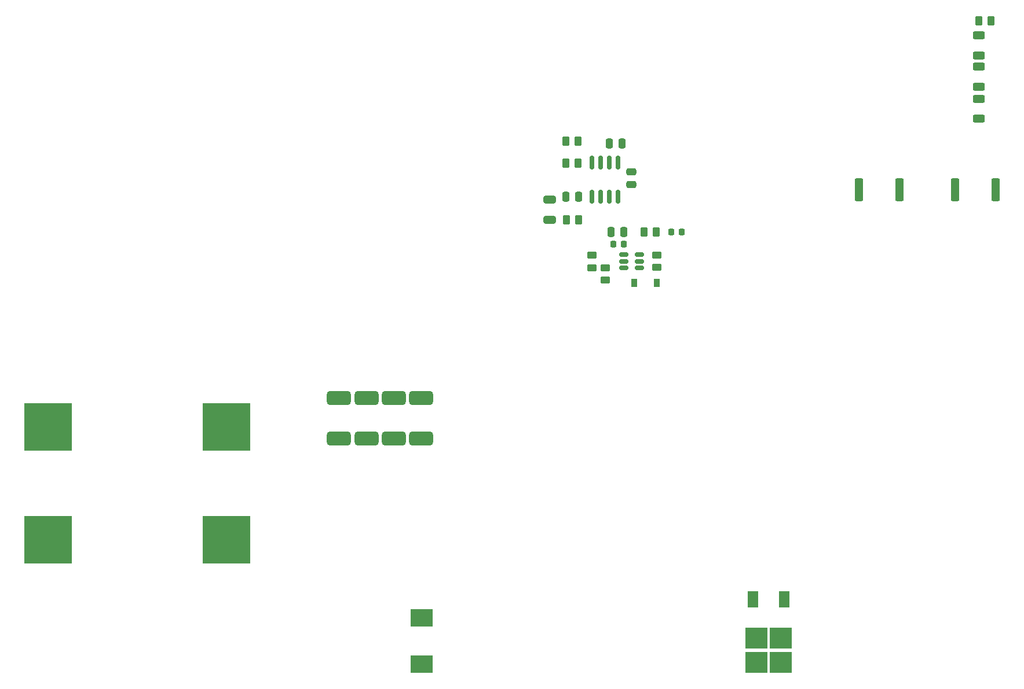
<source format=gtp>
%TF.GenerationSoftware,KiCad,Pcbnew,6.0.7-f9a2dced07~116~ubuntu20.04.1*%
%TF.CreationDate,2022-10-02T03:02:38-04:00*%
%TF.ProjectId,SSTC_PFC_Power_Supply,53535443-5f50-4464-935f-506f7765725f,rev?*%
%TF.SameCoordinates,Original*%
%TF.FileFunction,Paste,Top*%
%TF.FilePolarity,Positive*%
%FSLAX46Y46*%
G04 Gerber Fmt 4.6, Leading zero omitted, Abs format (unit mm)*
G04 Created by KiCad (PCBNEW 6.0.7-f9a2dced07~116~ubuntu20.04.1) date 2022-10-02 03:02:38*
%MOMM*%
%LPD*%
G01*
G04 APERTURE LIST*
G04 Aperture macros list*
%AMRoundRect*
0 Rectangle with rounded corners*
0 $1 Rounding radius*
0 $2 $3 $4 $5 $6 $7 $8 $9 X,Y pos of 4 corners*
0 Add a 4 corners polygon primitive as box body*
4,1,4,$2,$3,$4,$5,$6,$7,$8,$9,$2,$3,0*
0 Add four circle primitives for the rounded corners*
1,1,$1+$1,$2,$3*
1,1,$1+$1,$4,$5*
1,1,$1+$1,$6,$7*
1,1,$1+$1,$8,$9*
0 Add four rect primitives between the rounded corners*
20,1,$1+$1,$2,$3,$4,$5,0*
20,1,$1+$1,$4,$5,$6,$7,0*
20,1,$1+$1,$6,$7,$8,$9,0*
20,1,$1+$1,$8,$9,$2,$3,0*%
G04 Aperture macros list end*
%ADD10RoundRect,0.250000X-0.650000X0.325000X-0.650000X-0.325000X0.650000X-0.325000X0.650000X0.325000X0*%
%ADD11RoundRect,0.250000X0.450000X-0.262500X0.450000X0.262500X-0.450000X0.262500X-0.450000X-0.262500X0*%
%ADD12R,0.900000X1.200000*%
%ADD13RoundRect,0.250000X-0.362500X-1.425000X0.362500X-1.425000X0.362500X1.425000X-0.362500X1.425000X0*%
%ADD14RoundRect,0.250000X0.262500X0.450000X-0.262500X0.450000X-0.262500X-0.450000X0.262500X-0.450000X0*%
%ADD15RoundRect,0.408164X-1.341836X0.591836X-1.341836X-0.591836X1.341836X-0.591836X1.341836X0.591836X0*%
%ADD16RoundRect,0.250000X0.250000X0.475000X-0.250000X0.475000X-0.250000X-0.475000X0.250000X-0.475000X0*%
%ADD17RoundRect,0.150000X-0.150000X0.825000X-0.150000X-0.825000X0.150000X-0.825000X0.150000X0.825000X0*%
%ADD18RoundRect,0.250000X-0.250000X-0.475000X0.250000X-0.475000X0.250000X0.475000X-0.250000X0.475000X0*%
%ADD19R,3.300000X3.050000*%
%ADD20R,1.500000X2.400000*%
%ADD21RoundRect,0.250000X-0.625000X0.312500X-0.625000X-0.312500X0.625000X-0.312500X0.625000X0.312500X0*%
%ADD22RoundRect,0.250000X-0.475000X0.250000X-0.475000X-0.250000X0.475000X-0.250000X0.475000X0.250000X0*%
%ADD23R,3.300000X2.500000*%
%ADD24R,7.000000X7.000000*%
%ADD25RoundRect,0.250000X-0.450000X0.262500X-0.450000X-0.262500X0.450000X-0.262500X0.450000X0.262500X0*%
%ADD26RoundRect,0.225000X0.225000X0.250000X-0.225000X0.250000X-0.225000X-0.250000X0.225000X-0.250000X0*%
%ADD27RoundRect,0.225000X-0.225000X-0.250000X0.225000X-0.250000X0.225000X0.250000X-0.225000X0.250000X0*%
%ADD28RoundRect,0.250000X-0.262500X-0.450000X0.262500X-0.450000X0.262500X0.450000X-0.262500X0.450000X0*%
%ADD29RoundRect,0.150000X0.512500X0.150000X-0.512500X0.150000X-0.512500X-0.150000X0.512500X-0.150000X0*%
G04 APERTURE END LIST*
D10*
%TO.C,C7*%
X135795000Y-61000000D03*
X135795000Y-63950000D03*
%TD*%
D11*
%TO.C,R16*%
X143950000Y-72775000D03*
X143950000Y-70950000D03*
%TD*%
D12*
%TO.C,D2*%
X151450000Y-73150000D03*
X148150000Y-73150000D03*
%TD*%
D13*
%TO.C,R13*%
X195037500Y-59500000D03*
X200962500Y-59500000D03*
%TD*%
D14*
%TO.C,R17*%
X151375000Y-65700000D03*
X149550000Y-65700000D03*
%TD*%
D15*
%TO.C,R3*%
X109000000Y-89987500D03*
X109000000Y-95912500D03*
%TD*%
D16*
%TO.C,C5*%
X146400000Y-52750000D03*
X144500000Y-52750000D03*
%TD*%
D17*
%TO.C,U1*%
X145800000Y-55575000D03*
X144530000Y-55575000D03*
X143260000Y-55575000D03*
X141990000Y-55575000D03*
X141990000Y-60525000D03*
X143260000Y-60525000D03*
X144530000Y-60525000D03*
X145800000Y-60525000D03*
%TD*%
D18*
%TO.C,C8*%
X138145000Y-60550000D03*
X140045000Y-60550000D03*
%TD*%
D19*
%TO.C,D4*%
X165980000Y-128675000D03*
X169580000Y-128675000D03*
X165980000Y-125125000D03*
X169580000Y-125125000D03*
D20*
X170080000Y-119500000D03*
X165500000Y-119500000D03*
%TD*%
D21*
%TO.C,R9*%
X198500000Y-46237500D03*
X198500000Y-49162500D03*
%TD*%
D22*
%TO.C,C9*%
X147695000Y-56900000D03*
X147695000Y-58800000D03*
%TD*%
D15*
%TO.C,R2*%
X113000000Y-89987500D03*
X113000000Y-95912500D03*
%TD*%
D21*
%TO.C,R11*%
X198500000Y-36937500D03*
X198500000Y-39862500D03*
%TD*%
%TO.C,R10*%
X198500000Y-41537500D03*
X198500000Y-44462500D03*
%TD*%
D13*
%TO.C,R14*%
X181037500Y-59500000D03*
X186962500Y-59500000D03*
%TD*%
D15*
%TO.C,R5*%
X105000000Y-89987500D03*
X105000000Y-95912500D03*
%TD*%
D23*
%TO.C,D3*%
X117100000Y-128950000D03*
X117100000Y-122150000D03*
%TD*%
D24*
%TO.C,L2*%
X62500000Y-94250000D03*
X62500000Y-110750000D03*
%TD*%
D11*
%TO.C,R8*%
X151450000Y-70912500D03*
X151450000Y-69087500D03*
%TD*%
D25*
%TO.C,R15*%
X142000000Y-69125000D03*
X142000000Y-70950000D03*
%TD*%
D24*
%TO.C,L1*%
X88500000Y-94250000D03*
X88500000Y-110750000D03*
%TD*%
D26*
%TO.C,C18*%
X146637500Y-67500000D03*
X145087500Y-67500000D03*
%TD*%
D14*
%TO.C,R7*%
X139957500Y-52450000D03*
X138132500Y-52450000D03*
%TD*%
D27*
%TO.C,C19*%
X153575000Y-65700000D03*
X155125000Y-65700000D03*
%TD*%
D16*
%TO.C,C17*%
X146637500Y-65700000D03*
X144737500Y-65700000D03*
%TD*%
D14*
%TO.C,R12*%
X200325000Y-34850000D03*
X198500000Y-34850000D03*
%TD*%
D28*
%TO.C,R4*%
X138132500Y-55600000D03*
X139957500Y-55600000D03*
%TD*%
D29*
%TO.C,U2*%
X148900000Y-70950000D03*
X148900000Y-70000000D03*
X148900000Y-69050000D03*
X146625000Y-69050000D03*
X146625000Y-70000000D03*
X146625000Y-70950000D03*
%TD*%
D28*
%TO.C,R6*%
X138220000Y-63950000D03*
X140045000Y-63950000D03*
%TD*%
D15*
%TO.C,R1*%
X117000000Y-89987500D03*
X117000000Y-95912500D03*
%TD*%
M02*

</source>
